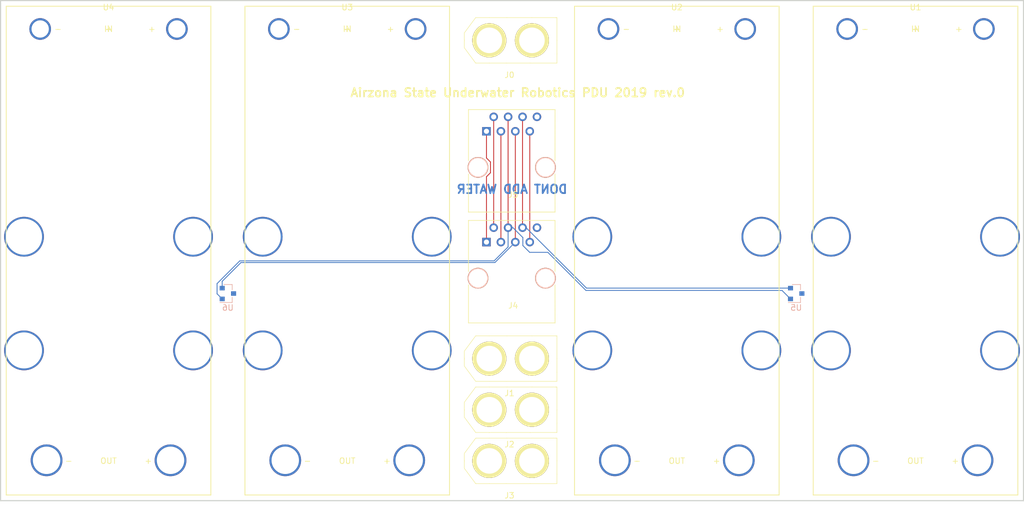
<source format=kicad_pcb>
(kicad_pcb (version 20171130) (host pcbnew "(5.0.0)")

  (general
    (thickness 1.6)
    (drawings 6)
    (tracks 31)
    (zones 0)
    (modules 12)
    (nets 13)
  )

  (page A3)
  (title_block
    (title "ASUR PDU 2019")
    (rev 1.3)
    (comment 1 "91.44mm x 81.28mm")
  )

  (layers
    (0 F.Cu signal)
    (31 B.Cu signal)
    (32 B.Adhes user)
    (33 F.Adhes user)
    (34 B.Paste user)
    (35 F.Paste user)
    (36 B.SilkS user)
    (37 F.SilkS user)
    (38 B.Mask user)
    (39 F.Mask user)
    (40 Dwgs.User user)
    (41 Cmts.User user)
    (42 Eco1.User user)
    (43 Eco2.User user)
    (44 Edge.Cuts user)
    (45 Margin user)
    (46 B.CrtYd user)
    (47 F.CrtYd user)
    (48 B.Fab user)
    (49 F.Fab user)
  )

  (setup
    (last_trace_width 0.1524)
    (trace_clearance 0.1524)
    (zone_clearance 0.508)
    (zone_45_only no)
    (trace_min 0.1524)
    (segment_width 0.2)
    (edge_width 0.2)
    (via_size 0.6858)
    (via_drill 0.3302)
    (via_min_size 0.508)
    (via_min_drill 0.254)
    (uvia_size 0.6858)
    (uvia_drill 0.3302)
    (uvias_allowed no)
    (uvia_min_size 0.2)
    (uvia_min_drill 0.1)
    (pcb_text_width 0.3)
    (pcb_text_size 1.5 1.5)
    (mod_edge_width 0.15)
    (mod_text_size 1 1)
    (mod_text_width 0.15)
    (pad_size 5 5)
    (pad_drill 3)
    (pad_to_mask_clearance 0.0508)
    (aux_axis_origin 0 0)
    (visible_elements 7FFFFFFF)
    (pcbplotparams
      (layerselection 0x010fc_ffffffff)
      (usegerberextensions true)
      (usegerberattributes false)
      (usegerberadvancedattributes false)
      (creategerberjobfile false)
      (excludeedgelayer true)
      (linewidth 0.100000)
      (plotframeref false)
      (viasonmask false)
      (mode 1)
      (useauxorigin false)
      (hpglpennumber 1)
      (hpglpenspeed 20)
      (hpglpendiameter 15.000000)
      (psnegative false)
      (psa4output false)
      (plotreference true)
      (plotvalue true)
      (plotinvisibletext false)
      (padsonsilk false)
      (subtractmaskfromsilk false)
      (outputformat 1)
      (mirror false)
      (drillshape 0)
      (scaleselection 1)
      (outputdirectory "G/"))
  )

  (net 0 "")
  (net 1 +48V)
  (net 2 48v_GND)
  (net 3 +12V)
  (net 4 GND)
  (net 5 "Net-(J4-Pad8)")
  (net 6 Ext_Temp_1)
  (net 7 Ext_Temp_0)
  (net 8 +3V3)
  (net 9 "Net-(J4-Pad2)")
  (net 10 "Net-(J4-Pad1)")
  (net 11 "Net-(J5-Pad8)")
  (net 12 Water_Sensor)

  (net_class Default "This is the default net class."
    (clearance 0.1524)
    (trace_width 0.1524)
    (via_dia 0.6858)
    (via_drill 0.3302)
    (uvia_dia 0.6858)
    (uvia_drill 0.3302)
    (add_net +12V)
    (add_net +3V3)
    (add_net +48V)
    (add_net 48v_GND)
    (add_net Ext_Temp_0)
    (add_net Ext_Temp_1)
    (add_net GND)
    (add_net "Net-(J4-Pad1)")
    (add_net "Net-(J4-Pad2)")
    (add_net "Net-(J4-Pad8)")
    (add_net "Net-(J5-Pad8)")
    (add_net Water_Sensor)
  )

  (net_class 12v ""
    (clearance 0.1524)
    (trace_width 6)
    (via_dia 0.6858)
    (via_drill 0.3302)
    (uvia_dia 0.6858)
    (uvia_drill 0.3302)
  )

  (net_class 48v ""
    (clearance 0.1524)
    (trace_width 6)
    (via_dia 0.6858)
    (via_drill 0.3302)
    (uvia_dia 0.6858)
    (uvia_drill 0.3302)
  )

  (module Vicor:VICOR_VIA_DCM3414 (layer F.Cu) (tedit 5C4E78F3) (tstamp 5C46C5CF)
    (at 256 88 180)
    (path /5C2E9F89)
    (fp_text reference U1 (at 0 3.81 180) (layer F.SilkS)
      (effects (font (size 1 1) (thickness 0.15)))
    )
    (fp_text value VICOR-DC-DC (at 0 -83.82 180) (layer F.Fab)
      (effects (font (size 1 1) (thickness 0.15)))
    )
    (fp_line (start 18 -82) (end 18 4) (layer F.SilkS) (width 0.15))
    (fp_line (start 18 -82) (end -18 -82) (layer F.SilkS) (width 0.15))
    (fp_line (start -18 4) (end -18 -82) (layer F.SilkS) (width 0.15))
    (fp_line (start -18 4) (end 18 4) (layer F.SilkS) (width 0.15))
    (fp_text user OUT (at 0 -76 180) (layer F.SilkS)
      (effects (font (size 1 1) (thickness 0.15)))
    )
    (fp_text user IN (at 0 0 180) (layer F.SilkS)
      (effects (font (size 1 1) (thickness 0.15)))
    )
    (fp_text user - (at 7 -76 180) (layer F.SilkS)
      (effects (font (size 1 1) (thickness 0.15)))
    )
    (fp_text user - (at 0 0 180) (layer F.SilkS)
      (effects (font (size 1 1) (thickness 0.15)))
    )
    (fp_text user - (at 0 0 180) (layer F.SilkS)
      (effects (font (size 1 1) (thickness 0.15)))
    )
    (fp_text user - (at 8.89 0 180) (layer F.SilkS)
      (effects (font (size 1 1) (thickness 0.15)))
    )
    (fp_text user + (at -7.62 0 180) (layer F.SilkS)
      (effects (font (size 1 1) (thickness 0.15)))
    )
    (fp_text user + (at 0 0 180) (layer F.SilkS)
      (effects (font (size 1 1) (thickness 0.15)))
    )
    (fp_text user + (at -7 -76 180) (layer F.SilkS)
      (effects (font (size 1 1) (thickness 0.15)))
    )
    (pad 2 thru_hole circle (at 12.029 0 180) (size 3.81 3.81) (drill 3.048) (layers *.Cu *.Mask)
      (net 2 48v_GND))
    (pad 1 thru_hole circle (at -12.029 0 180) (size 3.81 3.81) (drill 3.048) (layers *.Cu *.Mask)
      (net 1 +48V))
    (pad "" thru_hole circle (at -14.875 -36.554 180) (size 7 7) (drill 6.35) (layers *.Cu *.Mask))
    (pad "" thru_hole circle (at 14.875 -36.554 180) (size 7 7) (drill 6.35) (layers *.Cu *.Mask))
    (pad "" thru_hole circle (at -14.875 -56.559 180) (size 7 7) (drill 6.35) (layers *.Cu *.Mask))
    (pad "" thru_hole circle (at 14.875 -56.559 180) (size 7 7) (drill 6.35) (layers *.Cu *.Mask))
    (pad 3 thru_hole circle (at -10.905 -75.897 180) (size 5.588 5.588) (drill 4.826) (layers *.Cu *.Mask)
      (net 3 +12V))
    (pad 4 thru_hole circle (at 10.905 -75.897 180) (size 5.588 5.588) (drill 4.826) (layers *.Cu *.Mask)
      (net 4 GND))
  )

  (module Vicor:VICOR_VIA_DCM3414 (layer F.Cu) (tedit 5C4E78F3) (tstamp 5C46C5E8)
    (at 214 88 180)
    (path /5C2E9FE1)
    (fp_text reference U2 (at 0 3.81 180) (layer F.SilkS)
      (effects (font (size 1 1) (thickness 0.15)))
    )
    (fp_text value VICOR-DC-DC (at 0 -83.82 180) (layer F.Fab)
      (effects (font (size 1 1) (thickness 0.15)))
    )
    (fp_line (start 18 -82) (end 18 4) (layer F.SilkS) (width 0.15))
    (fp_line (start 18 -82) (end -18 -82) (layer F.SilkS) (width 0.15))
    (fp_line (start -18 4) (end -18 -82) (layer F.SilkS) (width 0.15))
    (fp_line (start -18 4) (end 18 4) (layer F.SilkS) (width 0.15))
    (fp_text user OUT (at 0 -76 180) (layer F.SilkS)
      (effects (font (size 1 1) (thickness 0.15)))
    )
    (fp_text user IN (at 0 0 180) (layer F.SilkS)
      (effects (font (size 1 1) (thickness 0.15)))
    )
    (fp_text user - (at 7 -76 180) (layer F.SilkS)
      (effects (font (size 1 1) (thickness 0.15)))
    )
    (fp_text user - (at 0 0 180) (layer F.SilkS)
      (effects (font (size 1 1) (thickness 0.15)))
    )
    (fp_text user - (at 0 0 180) (layer F.SilkS)
      (effects (font (size 1 1) (thickness 0.15)))
    )
    (fp_text user - (at 8.89 0 180) (layer F.SilkS)
      (effects (font (size 1 1) (thickness 0.15)))
    )
    (fp_text user + (at -7.62 0 180) (layer F.SilkS)
      (effects (font (size 1 1) (thickness 0.15)))
    )
    (fp_text user + (at 0 0 180) (layer F.SilkS)
      (effects (font (size 1 1) (thickness 0.15)))
    )
    (fp_text user + (at -7 -76 180) (layer F.SilkS)
      (effects (font (size 1 1) (thickness 0.15)))
    )
    (pad 2 thru_hole circle (at 12.029 0 180) (size 3.81 3.81) (drill 3.048) (layers *.Cu *.Mask)
      (net 2 48v_GND))
    (pad 1 thru_hole circle (at -12.029 0 180) (size 3.81 3.81) (drill 3.048) (layers *.Cu *.Mask)
      (net 1 +48V))
    (pad "" thru_hole circle (at -14.875 -36.554 180) (size 7 7) (drill 6.35) (layers *.Cu *.Mask))
    (pad "" thru_hole circle (at 14.875 -36.554 180) (size 7 7) (drill 6.35) (layers *.Cu *.Mask))
    (pad "" thru_hole circle (at -14.875 -56.559 180) (size 7 7) (drill 6.35) (layers *.Cu *.Mask))
    (pad "" thru_hole circle (at 14.875 -56.559 180) (size 7 7) (drill 6.35) (layers *.Cu *.Mask))
    (pad 3 thru_hole circle (at -10.905 -75.897 180) (size 5.588 5.588) (drill 4.826) (layers *.Cu *.Mask)
      (net 3 +12V))
    (pad 4 thru_hole circle (at 10.905 -75.897 180) (size 5.588 5.588) (drill 4.826) (layers *.Cu *.Mask)
      (net 4 GND))
  )

  (module Vicor:VICOR_VIA_DCM3414 (layer F.Cu) (tedit 5C4E78F3) (tstamp 5C46C76A)
    (at 156 88 180)
    (path /5C2EB690)
    (fp_text reference U3 (at 0 3.81 180) (layer F.SilkS)
      (effects (font (size 1 1) (thickness 0.15)))
    )
    (fp_text value VICOR-DC-DC (at 0 -83.82 180) (layer F.Fab)
      (effects (font (size 1 1) (thickness 0.15)))
    )
    (fp_line (start 18 -82) (end 18 4) (layer F.SilkS) (width 0.15))
    (fp_line (start 18 -82) (end -18 -82) (layer F.SilkS) (width 0.15))
    (fp_line (start -18 4) (end -18 -82) (layer F.SilkS) (width 0.15))
    (fp_line (start -18 4) (end 18 4) (layer F.SilkS) (width 0.15))
    (fp_text user OUT (at 0 -76 180) (layer F.SilkS)
      (effects (font (size 1 1) (thickness 0.15)))
    )
    (fp_text user IN (at 0 0 180) (layer F.SilkS)
      (effects (font (size 1 1) (thickness 0.15)))
    )
    (fp_text user - (at 7 -76 180) (layer F.SilkS)
      (effects (font (size 1 1) (thickness 0.15)))
    )
    (fp_text user - (at 0 0 180) (layer F.SilkS)
      (effects (font (size 1 1) (thickness 0.15)))
    )
    (fp_text user - (at 0 0 180) (layer F.SilkS)
      (effects (font (size 1 1) (thickness 0.15)))
    )
    (fp_text user - (at 8.89 0 180) (layer F.SilkS)
      (effects (font (size 1 1) (thickness 0.15)))
    )
    (fp_text user + (at -7.62 0 180) (layer F.SilkS)
      (effects (font (size 1 1) (thickness 0.15)))
    )
    (fp_text user + (at 0 0 180) (layer F.SilkS)
      (effects (font (size 1 1) (thickness 0.15)))
    )
    (fp_text user + (at -7 -76 180) (layer F.SilkS)
      (effects (font (size 1 1) (thickness 0.15)))
    )
    (pad 2 thru_hole circle (at 12.029 0 180) (size 3.81 3.81) (drill 3.048) (layers *.Cu *.Mask)
      (net 2 48v_GND))
    (pad 1 thru_hole circle (at -12.029 0 180) (size 3.81 3.81) (drill 3.048) (layers *.Cu *.Mask)
      (net 1 +48V))
    (pad "" thru_hole circle (at -14.875 -36.554 180) (size 7 7) (drill 6.35) (layers *.Cu *.Mask))
    (pad "" thru_hole circle (at 14.875 -36.554 180) (size 7 7) (drill 6.35) (layers *.Cu *.Mask))
    (pad "" thru_hole circle (at -14.875 -56.559 180) (size 7 7) (drill 6.35) (layers *.Cu *.Mask))
    (pad "" thru_hole circle (at 14.875 -56.559 180) (size 7 7) (drill 6.35) (layers *.Cu *.Mask))
    (pad 3 thru_hole circle (at -10.905 -75.897 180) (size 5.588 5.588) (drill 4.826) (layers *.Cu *.Mask)
      (net 3 +12V))
    (pad 4 thru_hole circle (at 10.905 -75.897 180) (size 5.588 5.588) (drill 4.826) (layers *.Cu *.Mask)
      (net 4 GND))
  )

  (module Vicor:VICOR_VIA_DCM3414 (layer F.Cu) (tedit 5C4E78F3) (tstamp 5C46C783)
    (at 114 88 180)
    (path /5C2EB8D7)
    (fp_text reference U4 (at 0 3.81 180) (layer F.SilkS)
      (effects (font (size 1 1) (thickness 0.15)))
    )
    (fp_text value VICOR-DC-DC (at 0 -83.82 180) (layer F.Fab)
      (effects (font (size 1 1) (thickness 0.15)))
    )
    (fp_line (start 18 -82) (end 18 4) (layer F.SilkS) (width 0.15))
    (fp_line (start 18 -82) (end -18 -82) (layer F.SilkS) (width 0.15))
    (fp_line (start -18 4) (end -18 -82) (layer F.SilkS) (width 0.15))
    (fp_line (start -18 4) (end 18 4) (layer F.SilkS) (width 0.15))
    (fp_text user OUT (at 0 -76 180) (layer F.SilkS)
      (effects (font (size 1 1) (thickness 0.15)))
    )
    (fp_text user IN (at 0 0 180) (layer F.SilkS)
      (effects (font (size 1 1) (thickness 0.15)))
    )
    (fp_text user - (at 7 -76 180) (layer F.SilkS)
      (effects (font (size 1 1) (thickness 0.15)))
    )
    (fp_text user - (at 0 0 180) (layer F.SilkS)
      (effects (font (size 1 1) (thickness 0.15)))
    )
    (fp_text user - (at 0 0 180) (layer F.SilkS)
      (effects (font (size 1 1) (thickness 0.15)))
    )
    (fp_text user - (at 8.89 0 180) (layer F.SilkS)
      (effects (font (size 1 1) (thickness 0.15)))
    )
    (fp_text user + (at -7.62 0 180) (layer F.SilkS)
      (effects (font (size 1 1) (thickness 0.15)))
    )
    (fp_text user + (at 0 0 180) (layer F.SilkS)
      (effects (font (size 1 1) (thickness 0.15)))
    )
    (fp_text user + (at -7 -76 180) (layer F.SilkS)
      (effects (font (size 1 1) (thickness 0.15)))
    )
    (pad 2 thru_hole circle (at 12.029 0 180) (size 3.81 3.81) (drill 3.048) (layers *.Cu *.Mask)
      (net 2 48v_GND))
    (pad 1 thru_hole circle (at -12.029 0 180) (size 3.81 3.81) (drill 3.048) (layers *.Cu *.Mask)
      (net 1 +48V))
    (pad "" thru_hole circle (at -14.875 -36.554 180) (size 7 7) (drill 6.35) (layers *.Cu *.Mask))
    (pad "" thru_hole circle (at 14.875 -36.554 180) (size 7 7) (drill 6.35) (layers *.Cu *.Mask))
    (pad "" thru_hole circle (at -14.875 -56.559 180) (size 7 7) (drill 6.35) (layers *.Cu *.Mask))
    (pad "" thru_hole circle (at 14.875 -56.559 180) (size 7 7) (drill 6.35) (layers *.Cu *.Mask))
    (pad 3 thru_hole circle (at -10.905 -75.897 180) (size 5.588 5.588) (drill 4.826) (layers *.Cu *.Mask)
      (net 3 +12V))
    (pad 4 thru_hole circle (at 10.905 -75.897 180) (size 5.588 5.588) (drill 4.826) (layers *.Cu *.Mask)
      (net 4 GND))
  )

  (module Connectors:RJ45_8 (layer F.Cu) (tedit 0) (tstamp 5C32E29C)
    (at 180.5 125.5)
    (tags RJ45)
    (path /5C32F03A)
    (fp_text reference J4 (at 4.7 11.18) (layer F.SilkS)
      (effects (font (size 1 1) (thickness 0.15)))
    )
    (fp_text value RJ45 (at 4.59 6.25) (layer F.Fab)
      (effects (font (size 1 1) (thickness 0.15)))
    )
    (fp_line (start 12.46 14.47) (end -3.56 14.47) (layer F.CrtYd) (width 0.05))
    (fp_line (start 12.46 14.47) (end 12.46 -4.06) (layer F.CrtYd) (width 0.05))
    (fp_line (start -3.56 -4.06) (end -3.56 14.47) (layer F.CrtYd) (width 0.05))
    (fp_line (start -3.56 -4.06) (end 12.46 -4.06) (layer F.CrtYd) (width 0.05))
    (fp_line (start -3.17 7.51) (end -3.17 14.22) (layer F.SilkS) (width 0.12))
    (fp_line (start 12.06 7.52) (end 12.07 14.22) (layer F.SilkS) (width 0.12))
    (fp_line (start -3.17 -3.81) (end -3.17 5.19) (layer F.SilkS) (width 0.12))
    (fp_line (start 12.07 -3.81) (end -3.17 -3.81) (layer F.SilkS) (width 0.12))
    (fp_line (start 12.07 -3.81) (end 12.06 5.18) (layer F.SilkS) (width 0.12))
    (fp_line (start -3.17 14.22) (end 12.07 14.22) (layer F.SilkS) (width 0.12))
    (pad 8 thru_hole circle (at 8.89 -2.54) (size 1.5 1.5) (drill 0.9) (layers *.Cu *.Mask)
      (net 5 "Net-(J4-Pad8)"))
    (pad 7 thru_hole circle (at 7.62 0) (size 1.5 1.5) (drill 0.9) (layers *.Cu *.Mask)
      (net 12 Water_Sensor))
    (pad 6 thru_hole circle (at 6.35 -2.54) (size 1.5 1.5) (drill 0.9) (layers *.Cu *.Mask)
      (net 6 Ext_Temp_1))
    (pad 5 thru_hole circle (at 5.08 0) (size 1.5 1.5) (drill 0.9) (layers *.Cu *.Mask)
      (net 7 Ext_Temp_0))
    (pad 4 thru_hole circle (at 3.81 -2.54) (size 1.5 1.5) (drill 0.9) (layers *.Cu *.Mask)
      (net 8 +3V3))
    (pad 3 thru_hole circle (at 2.54 0) (size 1.5 1.5) (drill 0.9) (layers *.Cu *.Mask)
      (net 4 GND))
    (pad 2 thru_hole circle (at 1.27 -2.54) (size 1.5 1.5) (drill 0.9) (layers *.Cu *.Mask)
      (net 9 "Net-(J4-Pad2)"))
    (pad 1 thru_hole rect (at 0 0) (size 1.5 1.5) (drill 0.9) (layers *.Cu *.Mask)
      (net 10 "Net-(J4-Pad1)"))
    (pad Hole np_thru_hole circle (at -1.49 6.35) (size 3.65 3.65) (drill 3.25) (layers *.Cu *.SilkS *.Mask))
    (pad Hole np_thru_hole circle (at 10.38 6.35) (size 3.65 3.65) (drill 3.25) (layers *.Cu *.SilkS *.Mask))
    (model ${KISYS3DMOD}/Connectors.3dshapes/RJ45_8.wrl
      (offset (xyz 4.571999931335449 -6.349999904632568 0))
      (scale (xyz 0.4 0.4 0.4))
      (rotate (xyz 0 0 0))
    )
  )

  (module TO_SOT_Packages_SMD:SOT-23 (layer B.Cu) (tedit 58CE4E7E) (tstamp 5C333212)
    (at 135 134.55)
    (descr "SOT-23, Standard")
    (tags SOT-23)
    (path /5C333447)
    (attr smd)
    (fp_text reference U6 (at 0 2.5) (layer B.SilkS)
      (effects (font (size 1 1) (thickness 0.15)) (justify mirror))
    )
    (fp_text value ESC:TMP235A2DBZT (at 0 -2.5) (layer B.Fab)
      (effects (font (size 1 1) (thickness 0.15)) (justify mirror))
    )
    (fp_text user %R (at 0 0 -90) (layer B.Fab)
      (effects (font (size 0.5 0.5) (thickness 0.075)) (justify mirror))
    )
    (fp_line (start -0.7 0.95) (end -0.7 -1.5) (layer B.Fab) (width 0.1))
    (fp_line (start -0.15 1.52) (end 0.7 1.52) (layer B.Fab) (width 0.1))
    (fp_line (start -0.7 0.95) (end -0.15 1.52) (layer B.Fab) (width 0.1))
    (fp_line (start 0.7 1.52) (end 0.7 -1.52) (layer B.Fab) (width 0.1))
    (fp_line (start -0.7 -1.52) (end 0.7 -1.52) (layer B.Fab) (width 0.1))
    (fp_line (start 0.76 -1.58) (end 0.76 -0.65) (layer B.SilkS) (width 0.12))
    (fp_line (start 0.76 1.58) (end 0.76 0.65) (layer B.SilkS) (width 0.12))
    (fp_line (start -1.7 1.75) (end 1.7 1.75) (layer B.CrtYd) (width 0.05))
    (fp_line (start 1.7 1.75) (end 1.7 -1.75) (layer B.CrtYd) (width 0.05))
    (fp_line (start 1.7 -1.75) (end -1.7 -1.75) (layer B.CrtYd) (width 0.05))
    (fp_line (start -1.7 -1.75) (end -1.7 1.75) (layer B.CrtYd) (width 0.05))
    (fp_line (start 0.76 1.58) (end -1.4 1.58) (layer B.SilkS) (width 0.12))
    (fp_line (start 0.76 -1.58) (end -0.7 -1.58) (layer B.SilkS) (width 0.12))
    (pad 1 smd rect (at -1 0.95) (size 0.9 0.8) (layers B.Cu B.Paste B.Mask)
      (net 8 +3V3))
    (pad 2 smd rect (at -1 -0.95) (size 0.9 0.8) (layers B.Cu B.Paste B.Mask)
      (net 7 Ext_Temp_0))
    (pad 3 smd rect (at 1 0) (size 0.9 0.8) (layers B.Cu B.Paste B.Mask)
      (net 4 GND))
    (model ${KISYS3DMOD}/TO_SOT_Packages_SMD.3dshapes/SOT-23.wrl
      (at (xyz 0 0 0))
      (scale (xyz 1 1 1))
      (rotate (xyz 0 0 0))
    )
  )

  (module TO_SOT_Packages_SMD:SOT-23 (layer B.Cu) (tedit 58CE4E7E) (tstamp 5C3331FD)
    (at 235 134.55)
    (descr "SOT-23, Standard")
    (tags SOT-23)
    (path /5C333407)
    (attr smd)
    (fp_text reference U5 (at 0 2.5) (layer B.SilkS)
      (effects (font (size 1 1) (thickness 0.15)) (justify mirror))
    )
    (fp_text value ESC:TMP235A2DBZT (at 0 -2.5) (layer B.Fab)
      (effects (font (size 1 1) (thickness 0.15)) (justify mirror))
    )
    (fp_line (start 0.76 -1.58) (end -0.7 -1.58) (layer B.SilkS) (width 0.12))
    (fp_line (start 0.76 1.58) (end -1.4 1.58) (layer B.SilkS) (width 0.12))
    (fp_line (start -1.7 -1.75) (end -1.7 1.75) (layer B.CrtYd) (width 0.05))
    (fp_line (start 1.7 -1.75) (end -1.7 -1.75) (layer B.CrtYd) (width 0.05))
    (fp_line (start 1.7 1.75) (end 1.7 -1.75) (layer B.CrtYd) (width 0.05))
    (fp_line (start -1.7 1.75) (end 1.7 1.75) (layer B.CrtYd) (width 0.05))
    (fp_line (start 0.76 1.58) (end 0.76 0.65) (layer B.SilkS) (width 0.12))
    (fp_line (start 0.76 -1.58) (end 0.76 -0.65) (layer B.SilkS) (width 0.12))
    (fp_line (start -0.7 -1.52) (end 0.7 -1.52) (layer B.Fab) (width 0.1))
    (fp_line (start 0.7 1.52) (end 0.7 -1.52) (layer B.Fab) (width 0.1))
    (fp_line (start -0.7 0.95) (end -0.15 1.52) (layer B.Fab) (width 0.1))
    (fp_line (start -0.15 1.52) (end 0.7 1.52) (layer B.Fab) (width 0.1))
    (fp_line (start -0.7 0.95) (end -0.7 -1.5) (layer B.Fab) (width 0.1))
    (fp_text user %R (at 0 0 -90) (layer B.Fab)
      (effects (font (size 0.5 0.5) (thickness 0.075)) (justify mirror))
    )
    (pad 3 smd rect (at 1 0) (size 0.9 0.8) (layers B.Cu B.Paste B.Mask)
      (net 4 GND))
    (pad 2 smd rect (at -1 -0.95) (size 0.9 0.8) (layers B.Cu B.Paste B.Mask)
      (net 6 Ext_Temp_1))
    (pad 1 smd rect (at -1 0.95) (size 0.9 0.8) (layers B.Cu B.Paste B.Mask)
      (net 8 +3V3))
    (model ${KISYS3DMOD}/TO_SOT_Packages_SMD.3dshapes/SOT-23.wrl
      (at (xyz 0 0 0))
      (scale (xyz 1 1 1))
      (rotate (xyz 0 0 0))
    )
  )

  (module Vicor:XT60 (layer F.Cu) (tedit 572BCE8E) (tstamp 5C46C56E)
    (at 181 90)
    (path /5BE08A75)
    (fp_text reference J0 (at 3.556 6.096) (layer F.SilkS)
      (effects (font (size 1 1) (thickness 0.15)))
    )
    (fp_text value "Main Feed" (at 3.2 -5.9) (layer F.Fab)
      (effects (font (size 1 1) (thickness 0.15)))
    )
    (fp_line (start 7.2 4) (end 3 4) (layer F.SilkS) (width 0.1))
    (fp_line (start 7.5 -4) (end 3.1 -4) (layer F.SilkS) (width 0.1))
    (fp_line (start 11.9 0) (end 11.9 2.4) (layer F.SilkS) (width 0.1))
    (fp_line (start -4.4 -0.1) (end -4.4 0.2) (layer F.SilkS) (width 0.1))
    (fp_line (start 3.1 -4) (end 0 -4) (layer F.SilkS) (width 0.1))
    (fp_line (start 0 -4) (end -2.4 -4) (layer F.SilkS) (width 0.1))
    (fp_line (start 3 4) (end 0 4) (layer F.SilkS) (width 0.1))
    (fp_line (start 0 4) (end -2.4 4) (layer F.SilkS) (width 0.1))
    (fp_line (start -4.4 0) (end -4.4 -1.25) (layer F.SilkS) (width 0.1))
    (fp_line (start -4.4 0) (end -4.4 1.25) (layer F.SilkS) (width 0.1))
    (fp_line (start -2.4 -4) (end -4.4 -1.3) (layer F.SilkS) (width 0.1))
    (fp_line (start -2.4 4) (end -4.4 1.3) (layer F.SilkS) (width 0.1))
    (fp_line (start 11.9 -4) (end 11.9 0) (layer F.SilkS) (width 0.1))
    (fp_line (start 11.8 -4) (end 11.9 -4) (layer F.SilkS) (width 0.1))
    (fp_line (start 11.7 -4) (end 11.8 -4) (layer F.SilkS) (width 0.1))
    (fp_line (start 7.5 -4) (end 11.7 -4) (layer F.SilkS) (width 0.1))
    (fp_line (start 11.9 4) (end 11.9 2.4) (layer F.SilkS) (width 0.1))
    (fp_line (start 7.2 4) (end 11.9 4) (layer F.SilkS) (width 0.1))
    (pad 2 thru_hole circle (at 7.5 0) (size 6 6) (drill 4.5) (layers *.Cu *.Mask F.SilkS)
      (net 2 48v_GND))
    (pad 1 thru_hole circle (at 0 0) (size 6 6) (drill 4.5) (layers *.Cu *.Mask F.SilkS)
      (net 1 +48V))
  )

  (module Vicor:XT60 (layer F.Cu) (tedit 572BCE8E) (tstamp 5C46C586)
    (at 181 146)
    (path /5BE089DE)
    (fp_text reference J1 (at 3.556 6.096) (layer F.SilkS)
      (effects (font (size 1 1) (thickness 0.15)))
    )
    (fp_text value Motor-1 (at 3.2 -5.9) (layer F.Fab)
      (effects (font (size 1 1) (thickness 0.15)))
    )
    (fp_line (start 7.2 4) (end 11.9 4) (layer F.SilkS) (width 0.1))
    (fp_line (start 11.9 4) (end 11.9 2.4) (layer F.SilkS) (width 0.1))
    (fp_line (start 7.5 -4) (end 11.7 -4) (layer F.SilkS) (width 0.1))
    (fp_line (start 11.7 -4) (end 11.8 -4) (layer F.SilkS) (width 0.1))
    (fp_line (start 11.8 -4) (end 11.9 -4) (layer F.SilkS) (width 0.1))
    (fp_line (start 11.9 -4) (end 11.9 0) (layer F.SilkS) (width 0.1))
    (fp_line (start -2.4 4) (end -4.4 1.3) (layer F.SilkS) (width 0.1))
    (fp_line (start -2.4 -4) (end -4.4 -1.3) (layer F.SilkS) (width 0.1))
    (fp_line (start -4.4 0) (end -4.4 1.25) (layer F.SilkS) (width 0.1))
    (fp_line (start -4.4 0) (end -4.4 -1.25) (layer F.SilkS) (width 0.1))
    (fp_line (start 0 4) (end -2.4 4) (layer F.SilkS) (width 0.1))
    (fp_line (start 3 4) (end 0 4) (layer F.SilkS) (width 0.1))
    (fp_line (start 0 -4) (end -2.4 -4) (layer F.SilkS) (width 0.1))
    (fp_line (start 3.1 -4) (end 0 -4) (layer F.SilkS) (width 0.1))
    (fp_line (start -4.4 -0.1) (end -4.4 0.2) (layer F.SilkS) (width 0.1))
    (fp_line (start 11.9 0) (end 11.9 2.4) (layer F.SilkS) (width 0.1))
    (fp_line (start 7.5 -4) (end 3.1 -4) (layer F.SilkS) (width 0.1))
    (fp_line (start 7.2 4) (end 3 4) (layer F.SilkS) (width 0.1))
    (pad 1 thru_hole circle (at 0 0) (size 6 6) (drill 4.5) (layers *.Cu *.Mask F.SilkS)
      (net 3 +12V))
    (pad 2 thru_hole circle (at 7.5 0) (size 6 6) (drill 4.5) (layers *.Cu *.Mask F.SilkS)
      (net 4 GND))
  )

  (module Vicor:XT60 (layer F.Cu) (tedit 572BCE8E) (tstamp 5C46C59E)
    (at 181 155)
    (path /5BE08A3C)
    (fp_text reference J2 (at 3.556 6.096) (layer F.SilkS)
      (effects (font (size 1 1) (thickness 0.15)))
    )
    (fp_text value Motor-2 (at 3.2 -5.9) (layer F.Fab)
      (effects (font (size 1 1) (thickness 0.15)))
    )
    (fp_line (start 7.2 4) (end 3 4) (layer F.SilkS) (width 0.1))
    (fp_line (start 7.5 -4) (end 3.1 -4) (layer F.SilkS) (width 0.1))
    (fp_line (start 11.9 0) (end 11.9 2.4) (layer F.SilkS) (width 0.1))
    (fp_line (start -4.4 -0.1) (end -4.4 0.2) (layer F.SilkS) (width 0.1))
    (fp_line (start 3.1 -4) (end 0 -4) (layer F.SilkS) (width 0.1))
    (fp_line (start 0 -4) (end -2.4 -4) (layer F.SilkS) (width 0.1))
    (fp_line (start 3 4) (end 0 4) (layer F.SilkS) (width 0.1))
    (fp_line (start 0 4) (end -2.4 4) (layer F.SilkS) (width 0.1))
    (fp_line (start -4.4 0) (end -4.4 -1.25) (layer F.SilkS) (width 0.1))
    (fp_line (start -4.4 0) (end -4.4 1.25) (layer F.SilkS) (width 0.1))
    (fp_line (start -2.4 -4) (end -4.4 -1.3) (layer F.SilkS) (width 0.1))
    (fp_line (start -2.4 4) (end -4.4 1.3) (layer F.SilkS) (width 0.1))
    (fp_line (start 11.9 -4) (end 11.9 0) (layer F.SilkS) (width 0.1))
    (fp_line (start 11.8 -4) (end 11.9 -4) (layer F.SilkS) (width 0.1))
    (fp_line (start 11.7 -4) (end 11.8 -4) (layer F.SilkS) (width 0.1))
    (fp_line (start 7.5 -4) (end 11.7 -4) (layer F.SilkS) (width 0.1))
    (fp_line (start 11.9 4) (end 11.9 2.4) (layer F.SilkS) (width 0.1))
    (fp_line (start 7.2 4) (end 11.9 4) (layer F.SilkS) (width 0.1))
    (pad 2 thru_hole circle (at 7.5 0) (size 6 6) (drill 4.5) (layers *.Cu *.Mask F.SilkS)
      (net 4 GND))
    (pad 1 thru_hole circle (at 0 0) (size 6 6) (drill 4.5) (layers *.Cu *.Mask F.SilkS)
      (net 3 +12V))
  )

  (module Vicor:XT60 (layer F.Cu) (tedit 572BCE8E) (tstamp 5C46C5B6)
    (at 181 164)
    (path /5BE08A55)
    (fp_text reference J3 (at 3.556 6.096) (layer F.SilkS)
      (effects (font (size 1 1) (thickness 0.15)))
    )
    (fp_text value "Mother Board" (at 3.2 -5.9) (layer F.Fab)
      (effects (font (size 1 1) (thickness 0.15)))
    )
    (fp_line (start 7.2 4) (end 11.9 4) (layer F.SilkS) (width 0.1))
    (fp_line (start 11.9 4) (end 11.9 2.4) (layer F.SilkS) (width 0.1))
    (fp_line (start 7.5 -4) (end 11.7 -4) (layer F.SilkS) (width 0.1))
    (fp_line (start 11.7 -4) (end 11.8 -4) (layer F.SilkS) (width 0.1))
    (fp_line (start 11.8 -4) (end 11.9 -4) (layer F.SilkS) (width 0.1))
    (fp_line (start 11.9 -4) (end 11.9 0) (layer F.SilkS) (width 0.1))
    (fp_line (start -2.4 4) (end -4.4 1.3) (layer F.SilkS) (width 0.1))
    (fp_line (start -2.4 -4) (end -4.4 -1.3) (layer F.SilkS) (width 0.1))
    (fp_line (start -4.4 0) (end -4.4 1.25) (layer F.SilkS) (width 0.1))
    (fp_line (start -4.4 0) (end -4.4 -1.25) (layer F.SilkS) (width 0.1))
    (fp_line (start 0 4) (end -2.4 4) (layer F.SilkS) (width 0.1))
    (fp_line (start 3 4) (end 0 4) (layer F.SilkS) (width 0.1))
    (fp_line (start 0 -4) (end -2.4 -4) (layer F.SilkS) (width 0.1))
    (fp_line (start 3.1 -4) (end 0 -4) (layer F.SilkS) (width 0.1))
    (fp_line (start -4.4 -0.1) (end -4.4 0.2) (layer F.SilkS) (width 0.1))
    (fp_line (start 11.9 0) (end 11.9 2.4) (layer F.SilkS) (width 0.1))
    (fp_line (start 7.5 -4) (end 3.1 -4) (layer F.SilkS) (width 0.1))
    (fp_line (start 7.2 4) (end 3 4) (layer F.SilkS) (width 0.1))
    (pad 1 thru_hole circle (at 0 0) (size 6 6) (drill 4.5) (layers *.Cu *.Mask F.SilkS)
      (net 3 +12V))
    (pad 2 thru_hole circle (at 7.5 0) (size 6 6) (drill 4.5) (layers *.Cu *.Mask F.SilkS)
      (net 4 GND))
  )

  (module Connectors:RJ45_8 (layer F.Cu) (tedit 0) (tstamp 5C4E760B)
    (at 180.5 106)
    (tags RJ45)
    (path /5C4E792D)
    (fp_text reference J5 (at 4.7 11.18) (layer F.SilkS)
      (effects (font (size 1 1) (thickness 0.15)))
    )
    (fp_text value RJ45 (at 4.59 6.25) (layer F.Fab)
      (effects (font (size 1 1) (thickness 0.15)))
    )
    (fp_line (start 12.46 14.47) (end -3.56 14.47) (layer F.CrtYd) (width 0.05))
    (fp_line (start 12.46 14.47) (end 12.46 -4.06) (layer F.CrtYd) (width 0.05))
    (fp_line (start -3.56 -4.06) (end -3.56 14.47) (layer F.CrtYd) (width 0.05))
    (fp_line (start -3.56 -4.06) (end 12.46 -4.06) (layer F.CrtYd) (width 0.05))
    (fp_line (start -3.17 7.51) (end -3.17 14.22) (layer F.SilkS) (width 0.12))
    (fp_line (start 12.06 7.52) (end 12.07 14.22) (layer F.SilkS) (width 0.12))
    (fp_line (start -3.17 -3.81) (end -3.17 5.19) (layer F.SilkS) (width 0.12))
    (fp_line (start 12.07 -3.81) (end -3.17 -3.81) (layer F.SilkS) (width 0.12))
    (fp_line (start 12.07 -3.81) (end 12.06 5.18) (layer F.SilkS) (width 0.12))
    (fp_line (start -3.17 14.22) (end 12.07 14.22) (layer F.SilkS) (width 0.12))
    (pad 8 thru_hole circle (at 8.89 -2.54) (size 1.5 1.5) (drill 0.9) (layers *.Cu *.Mask)
      (net 11 "Net-(J5-Pad8)"))
    (pad 7 thru_hole circle (at 7.62 0) (size 1.5 1.5) (drill 0.9) (layers *.Cu *.Mask)
      (net 12 Water_Sensor))
    (pad 6 thru_hole circle (at 6.35 -2.54) (size 1.5 1.5) (drill 0.9) (layers *.Cu *.Mask)
      (net 6 Ext_Temp_1))
    (pad 5 thru_hole circle (at 5.08 0) (size 1.5 1.5) (drill 0.9) (layers *.Cu *.Mask)
      (net 7 Ext_Temp_0))
    (pad 4 thru_hole circle (at 3.81 -2.54) (size 1.5 1.5) (drill 0.9) (layers *.Cu *.Mask)
      (net 8 +3V3))
    (pad 3 thru_hole circle (at 2.54 0) (size 1.5 1.5) (drill 0.9) (layers *.Cu *.Mask)
      (net 4 GND))
    (pad 2 thru_hole circle (at 1.27 -2.54) (size 1.5 1.5) (drill 0.9) (layers *.Cu *.Mask)
      (net 9 "Net-(J4-Pad2)"))
    (pad 1 thru_hole rect (at 0 0) (size 1.5 1.5) (drill 0.9) (layers *.Cu *.Mask)
      (net 10 "Net-(J4-Pad1)"))
    (pad Hole np_thru_hole circle (at -1.49 6.35) (size 3.65 3.65) (drill 3.25) (layers *.Cu *.SilkS *.Mask))
    (pad Hole np_thru_hole circle (at 10.38 6.35) (size 3.65 3.65) (drill 3.25) (layers *.Cu *.SilkS *.Mask))
    (model ${KISYS3DMOD}/Connectors.3dshapes/RJ45_8.wrl
      (offset (xyz 4.571999931335449 -6.349999904632568 0))
      (scale (xyz 0.4 0.4 0.4))
      (rotate (xyz 0 0 0))
    )
  )

  (gr_line (start 95 83) (end 275 83) (angle 90) (layer Edge.Cuts) (width 0.2))
  (gr_line (start 95 171) (end 95 83) (angle 90) (layer Edge.Cuts) (width 0.2))
  (gr_line (start 275 171) (end 95 171) (angle 90) (layer Edge.Cuts) (width 0.2))
  (gr_line (start 275 83) (end 275 171) (angle 90) (layer Edge.Cuts) (width 0.2))
  (gr_text "Airzona State Underwater Robotics PDU 2019 rev.0\n" (at 186 99.2) (layer F.SilkS)
    (effects (font (size 1.5 1.5) (thickness 0.3)))
  )
  (gr_text "DONT ADD WATER\n" (at 185 116.2) (layer B.Cu)
    (effects (font (size 1.5 1.5) (thickness 0.3)) (justify mirror))
  )

  (segment (start 183.04 125.5) (end 183.04 106) (width 0.1524) (layer F.Cu) (net 4) (status C00000))
  (segment (start 186.85 122.96) (end 186.85 103.46) (width 0.1524) (layer F.Cu) (net 6) (status C00000))
  (segment (start 187.5 123) (end 198.1 133.6) (width 0.1524) (layer B.Cu) (net 6) (tstamp 5C4F0B79) (status 400000))
  (segment (start 198.1 133.6) (end 234 133.6) (width 0.1524) (layer B.Cu) (net 6) (tstamp 5C4F0B7A) (status 800000))
  (segment (start 185.58 125.5) (end 185.58 106) (width 0.1524) (layer F.Cu) (net 7) (status C00000))
  (segment (start 134 133.6) (end 134 132.4) (width 0.1524) (layer B.Cu) (net 7) (status 400000))
  (segment (start 181.98 129.1) (end 185.58 125.5) (width 0.1524) (layer B.Cu) (net 7) (tstamp 5C4F0B96) (status 800000))
  (segment (start 137.3 129.1) (end 181.98 129.1) (width 0.1524) (layer B.Cu) (net 7) (tstamp 5C4F0B94))
  (segment (start 134 132.4) (end 137.3 129.1) (width 0.1524) (layer B.Cu) (net 7) (tstamp 5C4F0B92))
  (segment (start 184.31 122.96) (end 184.31 103.46) (width 0.1524) (layer F.Cu) (net 8) (status C00000))
  (segment (start 184.31 122.96) (end 184.31 126.338944) (width 0.1524) (layer B.Cu) (net 8) (status 400000))
  (segment (start 133.1 134.6) (end 134 135.5) (width 0.1524) (layer B.Cu) (net 8) (tstamp 5C4F0BA2) (status 800000))
  (segment (start 133.1 132.8) (end 133.1 134.6) (width 0.1524) (layer B.Cu) (net 8) (tstamp 5C4F0BA0))
  (segment (start 137.104802 128.795198) (end 133.1 132.8) (width 0.1524) (layer B.Cu) (net 8) (tstamp 5C4F0B9E))
  (segment (start 181.853746 128.795198) (end 137.104802 128.795198) (width 0.1524) (layer B.Cu) (net 8) (tstamp 5C4F0B9C))
  (segment (start 184.31 126.338944) (end 181.853746 128.795198) (width 0.1524) (layer B.Cu) (net 8) (tstamp 5C4F0B9A))
  (segment (start 184.31 122.96) (end 185.16 122.96) (width 0.1524) (layer B.Cu) (net 8) (status 400000))
  (segment (start 232.5 134) (end 234 135.5) (width 0.1524) (layer B.Cu) (net 8) (tstamp 5C4F0BB2) (status 800000))
  (segment (start 198 134) (end 232.5 134) (width 0.1524) (layer B.Cu) (net 8) (tstamp 5C4F0BB0))
  (segment (start 191.3 127.3) (end 198 134) (width 0.1524) (layer B.Cu) (net 8) (tstamp 5C4F0BAE))
  (segment (start 188.1 127.3) (end 191.3 127.3) (width 0.1524) (layer B.Cu) (net 8) (tstamp 5C4F0BAC))
  (segment (start 186.9 126.1) (end 188.1 127.3) (width 0.1524) (layer B.Cu) (net 8) (tstamp 5C4F0BAA))
  (segment (start 186.9 124.7) (end 186.9 126.1) (width 0.1524) (layer B.Cu) (net 8) (tstamp 5C4F0BA8))
  (segment (start 185.16 122.96) (end 186.9 124.7) (width 0.1524) (layer B.Cu) (net 8) (tstamp 5C4F0BA6))
  (segment (start 181.77 122.96) (end 181.77 103.46) (width 0.1524) (layer F.Cu) (net 9) (status C00000))
  (segment (start 180.5 125.5) (end 180.5 114) (width 0.1524) (layer F.Cu) (net 10) (status 400000))
  (segment (start 180.5 110.7) (end 180.5 106) (width 0.1524) (layer F.Cu) (net 10) (tstamp 5C4EE0D0) (status 800000))
  (segment (start 181.2 111.4) (end 180.5 110.7) (width 0.1524) (layer F.Cu) (net 10) (tstamp 5C4EE0CE))
  (segment (start 181.2 113.3) (end 181.2 111.4) (width 0.1524) (layer F.Cu) (net 10) (tstamp 5C4EE0CC))
  (segment (start 180.5 114) (end 181.2 113.3) (width 0.1524) (layer F.Cu) (net 10) (tstamp 5C4EE0CB))
  (segment (start 188.12 125.5) (end 188.12 106) (width 0.1524) (layer F.Cu) (net 12) (status C00000))

  (zone (net 3) (net_name +12V) (layer F.Cu) (tstamp 0) (hatch edge 0.508)
    (connect_pads yes (clearance 0.508))
    (min_thickness 0.254)
    (fill (arc_segments 16) (thermal_gap 0.508) (thermal_bridge_width 0.508))
    (polygon
      (pts
        (xy 275 171) (xy 275 121) (xy 95 121) (xy 95 171)
      )
    )
  )
  (zone (net 4) (net_name GND) (layer B.Cu) (tstamp 0) (hatch edge 0.508)
    (connect_pads yes (clearance 0.508))
    (min_thickness 0.254)
    (fill (arc_segments 16) (thermal_gap 0.508) (thermal_bridge_width 0.508))
    (polygon
      (pts
        (xy 275 171) (xy 275 121) (xy 95 121) (xy 95 171)
      )
    )
  )
  (zone (net 2) (net_name 48v_GND) (layer F.Cu) (tstamp 0) (hatch edge 0.508)
    (connect_pads yes (clearance 0.508))
    (min_thickness 0.254)
    (fill (arc_segments 16) (thermal_gap 0.508) (thermal_bridge_width 0.508))
    (polygon
      (pts
        (xy 275 83) (xy 275 99) (xy 275 102) (xy 275 106) (xy 132 106)
        (xy 95 106) (xy 95 83)
      )
    )
  )
  (zone (net 1) (net_name +48V) (layer B.Cu) (tstamp 0) (hatch edge 0.508)
    (connect_pads yes (clearance 0.508))
    (min_thickness 0.254)
    (fill (arc_segments 16) (thermal_gap 0.508) (thermal_bridge_width 0.508))
    (polygon
      (pts
        (xy 275 83) (xy 275 106) (xy 95 106) (xy 95 83)
      )
    )
  )
)

</source>
